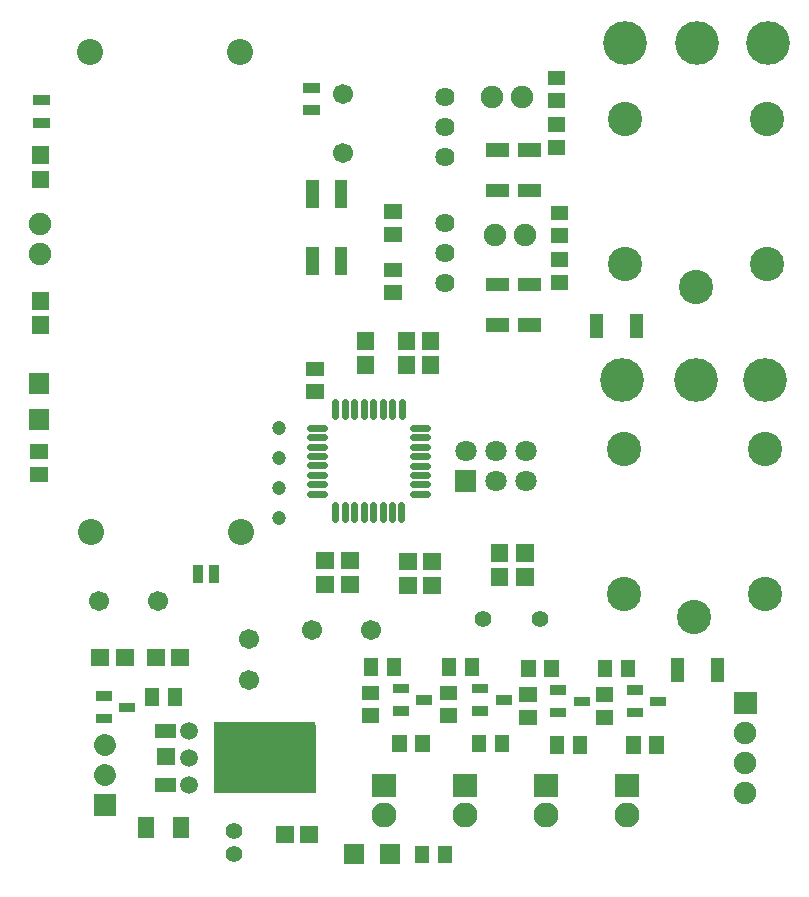
<source format=gts>
G04 Layer: TopSolderMaskLayer*
G04 EasyEDA v6.4.20.6, 2021-07-30T13:21:48--3:00*
G04 b5d51b18a43e43a9a62da66a6b900804,9d841d54c62b4e4b873e3168cd68637e,10*
G04 Gerber Generator version 0.2*
G04 Scale: 100 percent, Rotated: No, Reflected: No *
G04 Dimensions in millimeters *
G04 leading zeros omitted , absolute positions ,4 integer and 5 decimal *
%FSLAX45Y45*%
%MOMM*%

%ADD56C,1.9016*%
%ADD57C,0.5516*%
%ADD63C,1.2032*%
%ADD65C,1.6256*%
%ADD70C,1.7016*%
%ADD71C,1.4016*%
%ADD77C,2.2032*%
%ADD78C,2.1032*%
%ADD80C,2.8956*%
%ADD82C,1.8032*%
%ADD83C,1.4148*%
%ADD85C,1.5032*%
%ADD86C,3.7032*%

%LPD*%
D56*
X317500Y3911600D02*
G01*
X317500Y3911600D01*
X317500Y3657600D02*
G01*
X317500Y3657600D01*
D57*
X2052010Y6037579D02*
G01*
X2172009Y6037579D01*
X2052010Y6117589D02*
G01*
X2172009Y6117589D01*
X2052010Y6197600D02*
G01*
X2172009Y6197600D01*
X2052010Y6277610D02*
G01*
X2172009Y6277610D01*
X2052010Y6357365D02*
G01*
X2172009Y6357365D01*
X2052010Y6437376D02*
G01*
X2172009Y6437376D01*
X2052010Y6517386D02*
G01*
X2172009Y6517386D01*
X2052010Y6597395D02*
G01*
X2172009Y6597395D01*
X2269490Y6813859D02*
G01*
X2269490Y6693860D01*
X2349500Y6813859D02*
G01*
X2349500Y6693860D01*
X2429509Y6813859D02*
G01*
X2429509Y6693860D01*
X2509520Y6813859D02*
G01*
X2509520Y6693860D01*
X2589275Y6813859D02*
G01*
X2589275Y6693860D01*
X2669286Y6813859D02*
G01*
X2669286Y6693860D01*
X2749295Y6813859D02*
G01*
X2749295Y6693860D01*
X2829306Y6813859D02*
G01*
X2829306Y6693860D01*
X2928310Y6596379D02*
G01*
X3048309Y6596379D01*
X2928310Y6516370D02*
G01*
X3048309Y6516370D01*
X2928310Y6436360D02*
G01*
X3048309Y6436360D01*
X2928310Y6356350D02*
G01*
X3048309Y6356350D01*
X2928310Y6276594D02*
G01*
X3048309Y6276594D01*
X2928310Y6196584D02*
G01*
X3048309Y6196584D01*
X2928310Y6116573D02*
G01*
X3048309Y6116573D01*
X2928310Y6036563D02*
G01*
X3048309Y6036563D01*
X2828290Y5940099D02*
G01*
X2828290Y5820100D01*
X2748279Y5940099D02*
G01*
X2748279Y5820100D01*
X2668270Y5940099D02*
G01*
X2668270Y5820100D01*
X2588259Y5940099D02*
G01*
X2588259Y5820100D01*
X2508504Y5940099D02*
G01*
X2508504Y5820100D01*
X2428493Y5940099D02*
G01*
X2428493Y5820100D01*
X2348484Y5940099D02*
G01*
X2348484Y5820100D01*
X2268474Y5940099D02*
G01*
X2268474Y5820100D01*
G36*
X762507Y3737355D02*
G01*
X762507Y3882644D01*
X913892Y3882644D01*
X913892Y3737355D01*
G37*
G36*
X2998215Y7258812D02*
G01*
X2998215Y7409942D01*
X3143504Y7409942D01*
X3143504Y7258812D01*
G37*
G36*
X1202689Y5285739D02*
G01*
X1202689Y5433060D01*
X1286510Y5433060D01*
X1286510Y5285739D01*
G37*
G36*
X1062989Y5285739D02*
G01*
X1062989Y5433060D01*
X1146810Y5433060D01*
X1146810Y5285739D01*
G37*
D56*
G01*
X-228600Y8064500D03*
G01*
X-228600Y8318500D03*
G36*
X3133597Y2910586D02*
G01*
X3133597Y3058413D01*
X3257041Y3058413D01*
X3257041Y2910586D01*
G37*
G36*
X2940558Y2910586D02*
G01*
X2940558Y3058413D01*
X3064002Y3058413D01*
X3064002Y2910586D01*
G37*
G36*
X2339593Y2899410D02*
G01*
X2339593Y3069589D01*
X2513075Y3069589D01*
X2513075Y2899410D01*
G37*
G36*
X2643124Y2899410D02*
G01*
X2643124Y3069589D01*
X2816606Y3069589D01*
X2816606Y2899410D01*
G37*
D63*
G01*
X1790700Y5829300D03*
G01*
X1790700Y6083300D03*
G01*
X1790700Y6337300D03*
G01*
X1790700Y6591300D03*
G36*
X5106670Y4446270D02*
G01*
X5106670Y4646929D01*
X5218429Y4646929D01*
X5218429Y4446270D01*
G37*
G36*
X5449570Y4446270D02*
G01*
X5449570Y4646929D01*
X5561329Y4646929D01*
X5561329Y4446270D01*
G37*
G36*
X4422647Y7354570D02*
G01*
X4422647Y7555229D01*
X4534408Y7555229D01*
X4534408Y7354570D01*
G37*
G36*
X4765547Y7354570D02*
G01*
X4765547Y7555229D01*
X4877308Y7555229D01*
X4877308Y7354570D01*
G37*
D65*
G01*
X3200400Y9144990D03*
G01*
X3200400Y9398990D03*
G01*
X3200400Y8888984D03*
G36*
X4066286Y8909558D02*
G01*
X4066286Y9033002D01*
X4214113Y9033002D01*
X4214113Y8909558D01*
G37*
G36*
X4066286Y9102597D02*
G01*
X4066286Y9226042D01*
X4214113Y9226042D01*
X4214113Y9102597D01*
G37*
G36*
X4066286Y9303258D02*
G01*
X4066286Y9426702D01*
X4214113Y9426702D01*
X4214113Y9303258D01*
G37*
G36*
X4066286Y9496297D02*
G01*
X4066286Y9619742D01*
X4214113Y9619742D01*
X4214113Y9496297D01*
G37*
D56*
G01*
X3848100Y9398000D03*
G01*
X3594100Y9398000D03*
G36*
X3811270Y8548370D02*
G01*
X3811270Y8660129D01*
X4011929Y8660129D01*
X4011929Y8548370D01*
G37*
G36*
X3811270Y8891270D02*
G01*
X3811270Y9003029D01*
X4011929Y9003029D01*
X4011929Y8891270D01*
G37*
G36*
X3541013Y8891270D02*
G01*
X3541013Y9003029D01*
X3741674Y9003029D01*
X3741674Y8891270D01*
G37*
G36*
X3541013Y8548370D02*
G01*
X3541013Y8660129D01*
X3741674Y8660129D01*
X3741674Y8548370D01*
G37*
G36*
X3541013Y7753095D02*
G01*
X3541013Y7864855D01*
X3741674Y7864855D01*
X3741674Y7753095D01*
G37*
G36*
X3541013Y7410195D02*
G01*
X3541013Y7521955D01*
X3741674Y7521955D01*
X3741674Y7410195D01*
G37*
G36*
X3811270Y7410195D02*
G01*
X3811270Y7521955D01*
X4011929Y7521955D01*
X4011929Y7410195D01*
G37*
G36*
X3811270Y7753095D02*
G01*
X3811270Y7864855D01*
X4011929Y7864855D01*
X4011929Y7753095D01*
G37*
G01*
X3873500Y8227060D03*
G01*
X3619500Y8227060D03*
G36*
X4091686Y8160258D02*
G01*
X4091686Y8283702D01*
X4239513Y8283702D01*
X4239513Y8160258D01*
G37*
G36*
X4091686Y8353297D02*
G01*
X4091686Y8476742D01*
X4239513Y8476742D01*
X4239513Y8353297D01*
G37*
G36*
X4091686Y7766558D02*
G01*
X4091686Y7890002D01*
X4239513Y7890002D01*
X4239513Y7766558D01*
G37*
G36*
X4091686Y7959597D02*
G01*
X4091686Y8083042D01*
X4239513Y8083042D01*
X4239513Y7959597D01*
G37*
D65*
G01*
X3200400Y8078190D03*
G01*
X3200400Y8332190D03*
G01*
X3200400Y7822184D03*
G36*
X2681986Y8172958D02*
G01*
X2681986Y8296402D01*
X2829813Y8296402D01*
X2829813Y8172958D01*
G37*
G36*
X2681986Y8365997D02*
G01*
X2681986Y8489442D01*
X2829813Y8489442D01*
X2829813Y8365997D01*
G37*
G36*
X2681986Y7677658D02*
G01*
X2681986Y7801102D01*
X2829813Y7801102D01*
X2829813Y7677658D01*
G37*
G36*
X2681986Y7870697D02*
G01*
X2681986Y7994142D01*
X2829813Y7994142D01*
X2829813Y7870697D01*
G37*
G36*
X2021586Y7032497D02*
G01*
X2021586Y7155942D01*
X2169413Y7155942D01*
X2169413Y7032497D01*
G37*
G36*
X2021586Y6839458D02*
G01*
X2021586Y6962902D01*
X2169413Y6962902D01*
X2169413Y6839458D01*
G37*
G36*
X-294639Y9325863D02*
G01*
X-294639Y9409684D01*
X-147320Y9409684D01*
X-147320Y9325863D01*
G37*
G36*
X-294639Y9135363D02*
G01*
X-294639Y9219184D01*
X-147320Y9219184D01*
X-147320Y9135363D01*
G37*
G36*
X-326389Y6884923D02*
G01*
X-326389Y7058405D01*
X-156210Y7058405D01*
X-156210Y6884923D01*
G37*
G36*
X-326389Y6581394D02*
G01*
X-326389Y6754876D01*
X-156210Y6754876D01*
X-156210Y6581394D01*
G37*
G36*
X-315213Y6140957D02*
G01*
X-315213Y6264402D01*
X-167386Y6264402D01*
X-167386Y6140957D01*
G37*
G36*
X-315213Y6333997D02*
G01*
X-315213Y6457442D01*
X-167386Y6457442D01*
X-167386Y6333997D01*
G37*
D70*
G01*
X2336800Y8919387D03*
G01*
X2336800Y9419386D03*
G36*
X-301244Y8828531D02*
G01*
X-301244Y8979662D01*
X-155955Y8979662D01*
X-155955Y8828531D01*
G37*
G36*
X-301244Y8622537D02*
G01*
X-301244Y8773668D01*
X-155955Y8773668D01*
X-155955Y8622537D01*
G37*
G36*
X-301244Y7596631D02*
G01*
X-301244Y7747762D01*
X-155955Y7747762D01*
X-155955Y7596631D01*
G37*
G36*
X-301244Y7390637D02*
G01*
X-301244Y7541768D01*
X-155955Y7541768D01*
X-155955Y7390637D01*
G37*
D71*
G01*
X1406311Y3185253D03*
G01*
X1406311Y2985254D03*
G36*
X1764537Y3076955D02*
G01*
X1764537Y3222244D01*
X1915668Y3222244D01*
X1915668Y3076955D01*
G37*
G36*
X1970531Y3076955D02*
G01*
X1970531Y3222244D01*
X2121661Y3222244D01*
X2121661Y3076955D01*
G37*
D70*
G01*
X1536700Y4460494D03*
G01*
X1536700Y4810505D03*
G36*
X654557Y4244086D02*
G01*
X654557Y4391913D01*
X778002Y4391913D01*
X778002Y4244086D01*
G37*
G36*
X847597Y4244086D02*
G01*
X847597Y4391913D01*
X971042Y4391913D01*
X971042Y4244086D01*
G37*
G36*
X222504Y3308604D02*
G01*
X222504Y3498595D01*
X412495Y3498595D01*
X412495Y3308604D01*
G37*
G36*
X895095Y3122929D02*
G01*
X895095Y3303270D01*
X1026160Y3303270D01*
X1026160Y3122929D01*
G37*
G36*
X599439Y3122929D02*
G01*
X599439Y3303270D01*
X730504Y3303270D01*
X730504Y3122929D01*
G37*
G36*
X408431Y4575555D02*
G01*
X408431Y4720844D01*
X559562Y4720844D01*
X559562Y4575555D01*
G37*
G36*
X202437Y4575555D02*
G01*
X202437Y4720844D01*
X353568Y4720844D01*
X353568Y4575555D01*
G37*
G36*
X878331Y4575555D02*
G01*
X878331Y4720844D01*
X1029462Y4720844D01*
X1029462Y4575555D01*
G37*
G36*
X672337Y4575555D02*
G01*
X672337Y4720844D01*
X823468Y4720844D01*
X823468Y4575555D01*
G37*
G36*
X238760Y4283963D02*
G01*
X238760Y4364228D01*
X373887Y4364228D01*
X373887Y4283963D01*
G37*
G36*
X238760Y4093971D02*
G01*
X238760Y4174236D01*
X373887Y4174236D01*
X373887Y4093971D01*
G37*
G36*
X438912Y4188968D02*
G01*
X438912Y4269231D01*
X574039Y4269231D01*
X574039Y4188968D01*
G37*
G36*
X1238250Y3517137D02*
G01*
X1238250Y4077462D01*
X1878584Y4077462D01*
X1878584Y3517137D01*
G37*
G36*
X739139Y3965702D02*
G01*
X739139Y4086097D01*
X919479Y4086097D01*
X919479Y3965702D01*
G37*
G36*
X739139Y3508502D02*
G01*
X739139Y3628897D01*
X919479Y3628897D01*
X919479Y3508502D01*
G37*
D77*
G01*
X190500Y9779000D03*
G01*
X203200Y5715000D03*
G01*
X1473200Y5715000D03*
G01*
X1460500Y9779000D03*
D70*
G01*
X770712Y5130800D03*
G01*
X270713Y5130800D03*
G36*
X1991359Y9432289D02*
G01*
X1991359Y9516110D01*
X2138679Y9516110D01*
X2138679Y9432289D01*
G37*
G36*
X1991359Y9241789D02*
G01*
X1991359Y9325610D01*
X2138679Y9325610D01*
X2138679Y9241789D01*
G37*
D78*
G01*
X4737100Y3314674D03*
G36*
X4636770Y3468623D02*
G01*
X4636770Y3668776D01*
X4837175Y3668776D01*
X4837175Y3468623D01*
G37*
G36*
X2508758Y4498086D02*
G01*
X2508758Y4645913D01*
X2632202Y4645913D01*
X2632202Y4498086D01*
G37*
G36*
X2701797Y4498086D02*
G01*
X2701797Y4645913D01*
X2825241Y4645913D01*
X2825241Y4498086D01*
G37*
G36*
X3169158Y4498086D02*
G01*
X3169158Y4645913D01*
X3292602Y4645913D01*
X3292602Y4498086D01*
G37*
G36*
X3362197Y4498086D02*
G01*
X3362197Y4645913D01*
X3485641Y4645913D01*
X3485641Y4498086D01*
G37*
G36*
X3842258Y4485386D02*
G01*
X3842258Y4633213D01*
X3965702Y4633213D01*
X3965702Y4485386D01*
G37*
G36*
X4035297Y4485386D02*
G01*
X4035297Y4633213D01*
X4158741Y4633213D01*
X4158741Y4485386D01*
G37*
G36*
X4489958Y4485386D02*
G01*
X4489958Y4633213D01*
X4613402Y4633213D01*
X4613402Y4485386D01*
G37*
G36*
X4682997Y4485386D02*
G01*
X4682997Y4633213D01*
X4806441Y4633213D01*
X4806441Y4485386D01*
G37*
G36*
X2491486Y4289297D02*
G01*
X2491486Y4412742D01*
X2639313Y4412742D01*
X2639313Y4289297D01*
G37*
G36*
X2491486Y4096257D02*
G01*
X2491486Y4219702D01*
X2639313Y4219702D01*
X2639313Y4096257D01*
G37*
G36*
X3151886Y4289297D02*
G01*
X3151886Y4412742D01*
X3299713Y4412742D01*
X3299713Y4289297D01*
G37*
G36*
X3151886Y4096257D02*
G01*
X3151886Y4219702D01*
X3299713Y4219702D01*
X3299713Y4096257D01*
G37*
G36*
X3824986Y4276597D02*
G01*
X3824986Y4400042D01*
X3972813Y4400042D01*
X3972813Y4276597D01*
G37*
G36*
X3824986Y4083557D02*
G01*
X3824986Y4207002D01*
X3972813Y4207002D01*
X3972813Y4083557D01*
G37*
G36*
X4472686Y4276597D02*
G01*
X4472686Y4400042D01*
X4620513Y4400042D01*
X4620513Y4276597D01*
G37*
G36*
X4472686Y4083557D02*
G01*
X4472686Y4207002D01*
X4620513Y4207002D01*
X4620513Y4083557D01*
G37*
G36*
X2750058Y3850386D02*
G01*
X2750058Y3998213D01*
X2873502Y3998213D01*
X2873502Y3850386D01*
G37*
G36*
X2943097Y3850386D02*
G01*
X2943097Y3998213D01*
X3066541Y3998213D01*
X3066541Y3850386D01*
G37*
G36*
X3423158Y3850386D02*
G01*
X3423158Y3998213D01*
X3546602Y3998213D01*
X3546602Y3850386D01*
G37*
G36*
X3616197Y3850386D02*
G01*
X3616197Y3998213D01*
X3739641Y3998213D01*
X3739641Y3850386D01*
G37*
G01*
X3365500Y3314700D03*
G36*
X3265170Y3468623D02*
G01*
X3265170Y3668776D01*
X3465575Y3668776D01*
X3465575Y3468623D01*
G37*
G01*
X4051300Y3314700D03*
G36*
X3950970Y3468623D02*
G01*
X3950970Y3668776D01*
X4151375Y3668776D01*
X4151375Y3468623D01*
G37*
G36*
X4083558Y3837686D02*
G01*
X4083558Y3985513D01*
X4207002Y3985513D01*
X4207002Y3837686D01*
G37*
G36*
X4276597Y3837686D02*
G01*
X4276597Y3985513D01*
X4400041Y3985513D01*
X4400041Y3837686D01*
G37*
G36*
X4731258Y3837686D02*
G01*
X4731258Y3985513D01*
X4854702Y3985513D01*
X4854702Y3837686D01*
G37*
G36*
X4924297Y3837686D02*
G01*
X4924297Y3985513D01*
X5047741Y3985513D01*
X5047741Y3837686D01*
G37*
G36*
X2753359Y4347463D02*
G01*
X2753359Y4427728D01*
X2888488Y4427728D01*
X2888488Y4347463D01*
G37*
G36*
X2753359Y4157471D02*
G01*
X2753359Y4237736D01*
X2888488Y4237736D01*
X2888488Y4157471D01*
G37*
G36*
X2953511Y4252468D02*
G01*
X2953511Y4332731D01*
X3088640Y4332731D01*
X3088640Y4252468D01*
G37*
G36*
X3426459Y4347463D02*
G01*
X3426459Y4427728D01*
X3561588Y4427728D01*
X3561588Y4347463D01*
G37*
G36*
X3426459Y4157471D02*
G01*
X3426459Y4237736D01*
X3561588Y4237736D01*
X3561588Y4157471D01*
G37*
G36*
X3626611Y4252468D02*
G01*
X3626611Y4332731D01*
X3761740Y4332731D01*
X3761740Y4252468D01*
G37*
G36*
X4086859Y4334763D02*
G01*
X4086859Y4415028D01*
X4221988Y4415028D01*
X4221988Y4334763D01*
G37*
G36*
X4086859Y4144771D02*
G01*
X4086859Y4225036D01*
X4221988Y4225036D01*
X4221988Y4144771D01*
G37*
G36*
X4287011Y4239768D02*
G01*
X4287011Y4320031D01*
X4422140Y4320031D01*
X4422140Y4239768D01*
G37*
G36*
X4734559Y4334763D02*
G01*
X4734559Y4415028D01*
X4869688Y4415028D01*
X4869688Y4334763D01*
G37*
G36*
X4734559Y4144771D02*
G01*
X4734559Y4225036D01*
X4869688Y4225036D01*
X4869688Y4144771D01*
G37*
G36*
X4934711Y4239768D02*
G01*
X4934711Y4320031D01*
X5069840Y4320031D01*
X5069840Y4239768D01*
G37*
G01*
X2679700Y3314674D03*
G36*
X2579370Y3468623D02*
G01*
X2579370Y3668776D01*
X2779775Y3668776D01*
X2779775Y3468623D01*
G37*
D80*
G01*
X5921247Y9206306D03*
G01*
X5321300Y7786293D03*
G01*
X4721301Y7986293D03*
G01*
X5921298Y7986293D03*
G01*
X4721352Y9206306D03*
G01*
X5908547Y6412306D03*
G01*
X5308600Y4992293D03*
G01*
X4708601Y5192293D03*
G01*
X5908598Y5192293D03*
G01*
X4708652Y6412306D03*
D56*
G01*
X5740400Y3505200D03*
G36*
X5645404Y4172204D02*
G01*
X5645404Y4362195D01*
X5835395Y4362195D01*
X5835395Y4172204D01*
G37*
G01*
X5740400Y4013200D03*
G01*
X5740400Y3759200D03*
G36*
X3011931Y5185155D02*
G01*
X3011931Y5330444D01*
X3163061Y5330444D01*
X3163061Y5185155D01*
G37*
G36*
X2805938Y5185155D02*
G01*
X2805938Y5330444D01*
X2957068Y5330444D01*
X2957068Y5185155D01*
G37*
G36*
X2313431Y5401055D02*
G01*
X2313431Y5546344D01*
X2464561Y5546344D01*
X2464561Y5401055D01*
G37*
G36*
X2107438Y5401055D02*
G01*
X2107438Y5546344D01*
X2258568Y5546344D01*
X2258568Y5401055D01*
G37*
G36*
X2452115Y7258812D02*
G01*
X2452115Y7409942D01*
X2597404Y7409942D01*
X2597404Y7258812D01*
G37*
G36*
X2452115Y7052818D02*
G01*
X2452115Y7203947D01*
X2597404Y7203947D01*
X2597404Y7052818D01*
G37*
G36*
X2795015Y7052818D02*
G01*
X2795015Y7203947D01*
X2940304Y7203947D01*
X2940304Y7052818D01*
G37*
G36*
X2795015Y7258812D02*
G01*
X2795015Y7409942D01*
X2940304Y7409942D01*
X2940304Y7258812D01*
G37*
G36*
X3281679Y6054852D02*
G01*
X3281679Y6234937D01*
X3462020Y6234937D01*
X3462020Y6054852D01*
G37*
D82*
G01*
X3371824Y6398895D03*
G01*
X3625824Y6144895D03*
G01*
X3625824Y6398895D03*
G01*
X3879824Y6144895D03*
G01*
X3879824Y6398895D03*
G36*
X3800856Y5463031D02*
G01*
X3800856Y5614162D01*
X3946143Y5614162D01*
X3946143Y5463031D01*
G37*
G36*
X3800856Y5257037D02*
G01*
X3800856Y5408168D01*
X3946143Y5408168D01*
X3946143Y5257037D01*
G37*
G36*
X3584956Y5463031D02*
G01*
X3584956Y5614162D01*
X3730243Y5614162D01*
X3730243Y5463031D01*
G37*
G36*
X3584956Y5257037D02*
G01*
X3584956Y5408168D01*
X3730243Y5408168D01*
X3730243Y5257037D01*
G37*
D83*
G01*
X4000500Y4978400D03*
G01*
X3517900Y4978400D03*
D70*
G01*
X2571546Y4885265D03*
G01*
X2071573Y4885265D03*
G36*
X3011931Y5388355D02*
G01*
X3011931Y5533644D01*
X3163061Y5533644D01*
X3163061Y5388355D01*
G37*
G36*
X2805938Y5388355D02*
G01*
X2805938Y5533644D01*
X2957068Y5533644D01*
X2957068Y5388355D01*
G37*
G36*
X2313431Y5197855D02*
G01*
X2313431Y5343144D01*
X2464561Y5343144D01*
X2464561Y5197855D01*
G37*
G36*
X2107438Y5197855D02*
G01*
X2107438Y5343144D01*
X2258568Y5343144D01*
X2258568Y5197855D01*
G37*
G36*
X2998215Y7052818D02*
G01*
X2998215Y7203947D01*
X3143504Y7203947D01*
X3143504Y7052818D01*
G37*
G36*
X2998215Y7258812D02*
G01*
X2998215Y7409942D01*
X3143504Y7409942D01*
X3143504Y7258812D01*
G37*
G36*
X2263140Y8457945D02*
G01*
X2263140Y8694674D01*
X2371090Y8694674D01*
X2371090Y8457945D01*
G37*
G36*
X2023109Y8457945D02*
G01*
X2023109Y8694674D01*
X2131059Y8694674D01*
X2131059Y8457945D01*
G37*
G36*
X2263140Y7891526D02*
G01*
X2263140Y8128254D01*
X2371090Y8128254D01*
X2371090Y7891526D01*
G37*
G36*
X2023109Y7891526D02*
G01*
X2023109Y8128254D01*
X2131059Y8128254D01*
X2131059Y7891526D01*
G37*
D85*
G01*
X1028700Y3568700D03*
G01*
X1028700Y3797300D03*
G01*
X1028700Y4025900D03*
D86*
G01*
X4724400Y9855200D03*
G01*
X5334000Y9855200D03*
G01*
X5930900Y9855200D03*
G01*
X5905500Y6997700D03*
G01*
X5321300Y6997700D03*
G01*
X4699000Y6997700D03*
G36*
X1239520Y4081779D02*
G01*
X2100579Y4081779D01*
X2100579Y3505707D01*
X1239520Y3505707D01*
G37*
G36*
X1239520Y4107179D02*
G01*
X2093468Y4107179D01*
X2093468Y3505707D01*
X1239520Y3505707D01*
G37*
G36*
X1239520Y4081779D02*
G01*
X2100579Y4081779D01*
X2100579Y3505707D01*
X1239520Y3505707D01*
G37*
M02*

</source>
